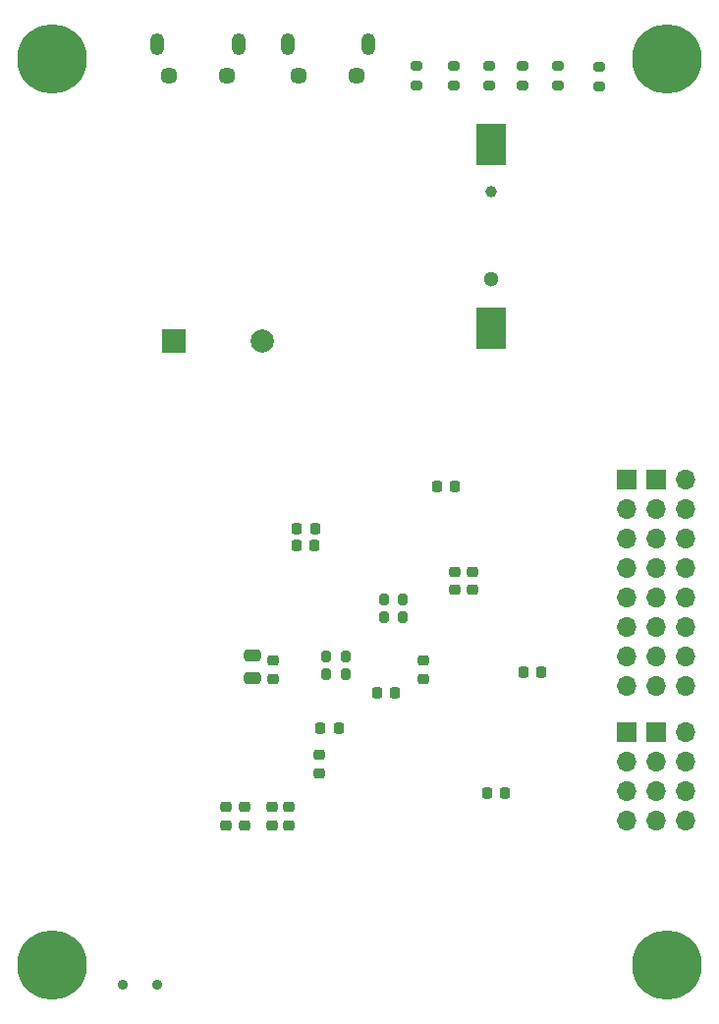
<source format=gbr>
%TF.GenerationSoftware,KiCad,Pcbnew,(6.0.0)*%
%TF.CreationDate,2022-03-02T14:27:29+07:00*%
%TF.ProjectId,FC-32,46432d33-322e-46b6-9963-61645f706362,rev?*%
%TF.SameCoordinates,Original*%
%TF.FileFunction,Soldermask,Bot*%
%TF.FilePolarity,Negative*%
%FSLAX46Y46*%
G04 Gerber Fmt 4.6, Leading zero omitted, Abs format (unit mm)*
G04 Created by KiCad (PCBNEW (6.0.0)) date 2022-03-02 14:27:29*
%MOMM*%
%LPD*%
G01*
G04 APERTURE LIST*
G04 Aperture macros list*
%AMRoundRect*
0 Rectangle with rounded corners*
0 $1 Rounding radius*
0 $2 $3 $4 $5 $6 $7 $8 $9 X,Y pos of 4 corners*
0 Add a 4 corners polygon primitive as box body*
4,1,4,$2,$3,$4,$5,$6,$7,$8,$9,$2,$3,0*
0 Add four circle primitives for the rounded corners*
1,1,$1+$1,$2,$3*
1,1,$1+$1,$4,$5*
1,1,$1+$1,$6,$7*
1,1,$1+$1,$8,$9*
0 Add four rect primitives between the rounded corners*
20,1,$1+$1,$2,$3,$4,$5,0*
20,1,$1+$1,$4,$5,$6,$7,0*
20,1,$1+$1,$6,$7,$8,$9,0*
20,1,$1+$1,$8,$9,$2,$3,0*%
G04 Aperture macros list end*
%ADD10R,2.000000X2.000000*%
%ADD11C,2.000000*%
%ADD12C,0.800000*%
%ADD13C,6.000000*%
%ADD14R,1.700000X1.700000*%
%ADD15O,1.700000X1.700000*%
%ADD16C,0.900000*%
%ADD17O,1.200000X1.900000*%
%ADD18C,1.450000*%
%ADD19RoundRect,0.225000X0.225000X0.250000X-0.225000X0.250000X-0.225000X-0.250000X0.225000X-0.250000X0*%
%ADD20RoundRect,0.200000X0.200000X0.275000X-0.200000X0.275000X-0.200000X-0.275000X0.200000X-0.275000X0*%
%ADD21RoundRect,0.225000X-0.250000X0.225000X-0.250000X-0.225000X0.250000X-0.225000X0.250000X0.225000X0*%
%ADD22RoundRect,0.225000X0.250000X-0.225000X0.250000X0.225000X-0.250000X0.225000X-0.250000X-0.225000X0*%
%ADD23RoundRect,0.250000X0.475000X-0.250000X0.475000X0.250000X-0.475000X0.250000X-0.475000X-0.250000X0*%
%ADD24RoundRect,0.200000X-0.275000X0.200000X-0.275000X-0.200000X0.275000X-0.200000X0.275000X0.200000X0*%
%ADD25RoundRect,0.225000X-0.225000X-0.250000X0.225000X-0.250000X0.225000X0.250000X-0.225000X0.250000X0*%
%ADD26C,1.000000*%
%ADD27C,1.300000*%
%ADD28R,2.600000X3.660000*%
%ADD29R,2.600000X3.540000*%
%ADD30RoundRect,0.200000X-0.200000X-0.275000X0.200000X-0.275000X0.200000X0.275000X-0.200000X0.275000X0*%
G04 APERTURE END LIST*
D10*
%TO.C,BZ1*%
X143990000Y-82790000D03*
D11*
X151590000Y-82790000D03*
%TD*%
D12*
%TO.C,H4*%
X131909010Y-134909010D03*
X135750000Y-136500000D03*
X135090990Y-138090990D03*
D13*
X133500000Y-136500000D03*
D12*
X131250000Y-136500000D03*
X135090990Y-134909010D03*
X133500000Y-134250000D03*
X131909010Y-138090990D03*
X133500000Y-138750000D03*
%TD*%
D14*
%TO.C,POW1*%
X185560000Y-94700000D03*
D15*
X188100000Y-94700000D03*
X185560000Y-97240000D03*
X188100000Y-97240000D03*
X185560000Y-99780000D03*
X188100000Y-99780000D03*
X185560000Y-102320000D03*
X188100000Y-102320000D03*
X185560000Y-104860000D03*
X188100000Y-104860000D03*
X185560000Y-107400000D03*
X188100000Y-107400000D03*
X185560000Y-109940000D03*
X188100000Y-109940000D03*
X185560000Y-112480000D03*
X188100000Y-112480000D03*
%TD*%
D12*
%TO.C,H2*%
X188090990Y-56909010D03*
X184250000Y-58500000D03*
X188750000Y-58500000D03*
X184909010Y-60090990D03*
X188090990Y-60090990D03*
D13*
X186500000Y-58500000D03*
D12*
X186500000Y-60750000D03*
X184909010Y-56909010D03*
X186500000Y-56250000D03*
%TD*%
%TO.C,H1*%
X188090990Y-138090990D03*
X188090990Y-134909010D03*
X188750000Y-136500000D03*
X186500000Y-134250000D03*
X186500000Y-138750000D03*
X184909010Y-138090990D03*
X184909010Y-134909010D03*
X184250000Y-136500000D03*
D13*
X186500000Y-136500000D03*
%TD*%
D14*
%TO.C,PWM_SIG1*%
X183035000Y-116435000D03*
D15*
X183035000Y-118975000D03*
X183035000Y-121515000D03*
X183035000Y-124055000D03*
%TD*%
D12*
%TO.C,H3*%
X135090990Y-60090990D03*
D13*
X133500000Y-58500000D03*
D12*
X131909010Y-60090990D03*
X131909010Y-56909010D03*
X133500000Y-56250000D03*
X133500000Y-60750000D03*
X135750000Y-58500000D03*
X131250000Y-58500000D03*
X135090990Y-56909010D03*
%TD*%
D14*
%TO.C,SIG1*%
X183035000Y-94695000D03*
D15*
X183035000Y-97235000D03*
X183035000Y-99775000D03*
X183035000Y-102315000D03*
X183035000Y-104855000D03*
X183035000Y-107395000D03*
X183035000Y-109935000D03*
X183035000Y-112475000D03*
%TD*%
D14*
%TO.C,PWM_POW1*%
X185570000Y-116445000D03*
D15*
X188110000Y-116445000D03*
X185570000Y-118985000D03*
X188110000Y-118985000D03*
X185570000Y-121525000D03*
X188110000Y-121525000D03*
X185570000Y-124065000D03*
X188110000Y-124065000D03*
%TD*%
D16*
%TO.C,BOOT1*%
X139600000Y-138230000D03*
X142600000Y-138230000D03*
%TD*%
D17*
%TO.C,J4*%
X153800000Y-57204000D03*
D18*
X159800000Y-59904000D03*
D17*
X160800000Y-57204000D03*
D18*
X154800000Y-59904000D03*
%TD*%
%TO.C,J5*%
X143600000Y-59900000D03*
D17*
X149600000Y-57200000D03*
D18*
X148600000Y-59900000D03*
D17*
X142600000Y-57200000D03*
%TD*%
D19*
%TO.C,C9*%
X156158334Y-100400000D03*
X154608334Y-100400000D03*
%TD*%
D20*
%TO.C,R16*%
X158825000Y-109970000D03*
X157175000Y-109970000D03*
%TD*%
D21*
%TO.C,C5*%
X165500000Y-110300000D03*
X165500000Y-111850000D03*
%TD*%
D22*
%TO.C,C4*%
X152600000Y-111850000D03*
X152600000Y-110300000D03*
%TD*%
D23*
%TO.C,C3*%
X150800000Y-111775000D03*
X150800000Y-109875000D03*
%TD*%
D24*
%TO.C,R30*%
X171200000Y-59075000D03*
X171200000Y-60725000D03*
%TD*%
D22*
%TO.C,C22*%
X152438000Y-124475000D03*
X152438000Y-122925000D03*
%TD*%
%TO.C,C24*%
X153938000Y-124475000D03*
X153938000Y-122925000D03*
%TD*%
%TO.C,C26*%
X150100000Y-124475000D03*
X150100000Y-122925000D03*
%TD*%
D24*
%TO.C,R34*%
X174100000Y-59087500D03*
X174100000Y-60737500D03*
%TD*%
D21*
%TO.C,C23*%
X156500000Y-118425000D03*
X156500000Y-119975000D03*
%TD*%
D19*
%TO.C,C6*%
X163100000Y-113100000D03*
X161550000Y-113100000D03*
%TD*%
D25*
%TO.C,C40*%
X174120000Y-111310000D03*
X175670000Y-111310000D03*
%TD*%
D22*
%TO.C,C8*%
X168200000Y-104175000D03*
X168200000Y-102625000D03*
%TD*%
D25*
%TO.C,C7*%
X156650000Y-116100000D03*
X158200000Y-116100000D03*
%TD*%
D24*
%TO.C,R32*%
X164900000Y-59075000D03*
X164900000Y-60725000D03*
%TD*%
D20*
%TO.C,R15*%
X158825000Y-111470000D03*
X157175000Y-111470000D03*
%TD*%
D24*
%TO.C,R31*%
X168100000Y-59087500D03*
X168100000Y-60737500D03*
%TD*%
D22*
%TO.C,C1*%
X169708810Y-104175000D03*
X169708810Y-102625000D03*
%TD*%
D26*
%TO.C,BT1*%
X171400000Y-69900000D03*
D27*
X171400000Y-77400000D03*
D28*
X171400000Y-65830000D03*
D29*
X171400000Y-81630000D03*
%TD*%
D22*
%TO.C,C25*%
X148500000Y-124475000D03*
X148500000Y-122925000D03*
%TD*%
D19*
%TO.C,C43*%
X172575000Y-121700000D03*
X171025000Y-121700000D03*
%TD*%
D30*
%TO.C,R18*%
X162100000Y-106530000D03*
X163750000Y-106530000D03*
%TD*%
D25*
%TO.C,C39*%
X166700000Y-95300000D03*
X168250000Y-95300000D03*
%TD*%
D30*
%TO.C,R17*%
X162100000Y-105030000D03*
X163750000Y-105030000D03*
%TD*%
D19*
%TO.C,C2*%
X156175000Y-98900000D03*
X154625000Y-98900000D03*
%TD*%
D24*
%TO.C,R12*%
X180700000Y-59150000D03*
X180700000Y-60800000D03*
%TD*%
%TO.C,R33*%
X177100000Y-59087500D03*
X177100000Y-60737500D03*
%TD*%
M02*

</source>
